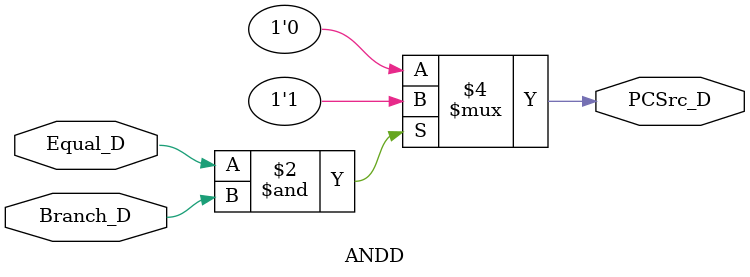
<source format=v>
`timescale 1ns / 1ps
module ANDD(
    input Equal_D,
    input Branch_D,
    output reg PCSrc_D
    );
	always@(*)
	begin
		if(Equal_D & Branch_D)
			PCSrc_D=1'b1;
		else
			PCSrc_D=1'b0;
	end

endmodule

</source>
